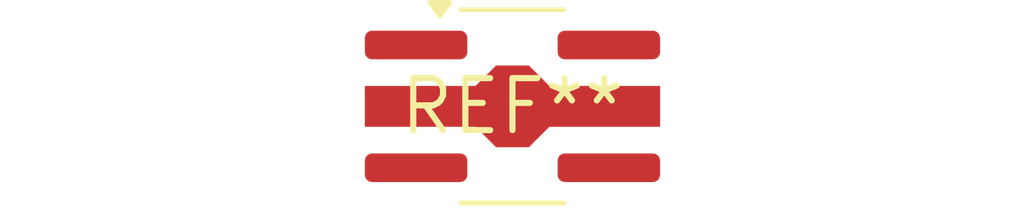
<source format=kicad_pcb>
(kicad_pcb (version 20240108) (generator pcbnew)
  (layers (0 "F.Cu" signal) (31 "B.Cu" signal) (34 "B.Paste" user) (35 "F.Paste" user) (36 "B.SilkS" user "B.Silkscreen") (37 "F.SilkS" user "F.Silkscreen") (38 "B.Mask" user) (39 "F.Mask" user) (44 "Edge.Cuts" user))
  (net 0 "")
  (footprint "SOT-89-5_Handsoldering" (layer "F.Cu") (at 0 0)
    (property "Reference" "REF**")
    (property "Value" "SOT-89-5_Handsoldering")
    (fp_line (start -1.25 -2.36) (end 1.25 -2.36) (layer "F.SilkS") (stroke (width 0.12)))
    (fp_line (start 1.25 2.36) (end -1.25 2.36) (layer "F.SilkS") (stroke (width 0.12)))
    (fp_poly (pts (xy -1.77 -2.21) (xy -2.01 -2.54) (xy -1.53 -2.54) (xy -1.77 -2.21)) (layer "F.SilkS") (stroke (width 0.12)) (fill solid))
    (pad "1" smd roundrect (at -2.35 -1.5) (size 2.5 0.7) (layers "F.Cu" "F.Paste" "F.Mask"))
    (pad "2" smd custom (at 0 0) (size 0.8 2) (layers "F.Cu" "F.Paste" "F.Mask") (options (clearance outline) (anchor rect)) (primitives (gr_poly (pts (xy 0.9 -0.5) (xy 3.6 -0.5) (xy 3.6 0.5) (xy 0.9 0.5) (xy 0.4 1) (xy -0.4 1) (xy -0.9 0.5) (xy -3.6 0.5) (xy -3.6 -0.5) (xy -0.9 -0.5) (xy -0.4 -1) (xy 0.4 -1)) (width 0) (fill yes))))
    (pad "3" smd roundrect (at -2.35 1.5) (size 2.5 0.7) (layers "F.Cu" "F.Paste" "F.Mask"))
    (pad "4" smd roundrect (at 2.35 1.5) (size 2.5 0.7) (layers "F.Cu" "F.Paste" "F.Mask"))
    (pad "5" smd roundrect (at 2.35 -1.5) (size 2.5 0.7) (layers "F.Cu" "F.Paste" "F.Mask"))
  )
)
</source>
